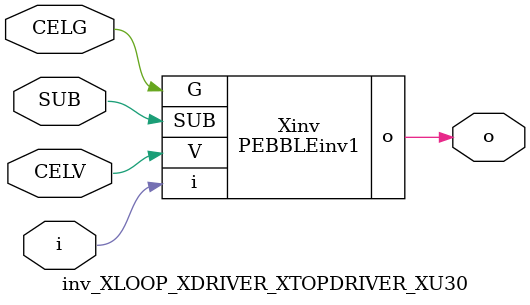
<source format=v>



module PEBBLEinv1 ( o, G, SUB, V, i );

  input V;
  input i;
  input G;
  output o;
  input SUB;
endmodule

//Celera Confidential Do Not Copy inv_XLOOP_XDRIVER_XTOPDRIVER_XU30
//Celera Confidential Symbol Generator
//5V Inverter
module inv_XLOOP_XDRIVER_XTOPDRIVER_XU30 (CELV,CELG,i,o,SUB);
input CELV;
input CELG;
input i;
input SUB;
output o;

//Celera Confidential Do Not Copy inv
PEBBLEinv1 Xinv(
.V (CELV),
.i (i),
.o (o),
.SUB (SUB),
.G (CELG)
);
//,diesize,PEBBLEinv1

//Celera Confidential Do Not Copy Module End
//Celera Schematic Generator
endmodule

</source>
